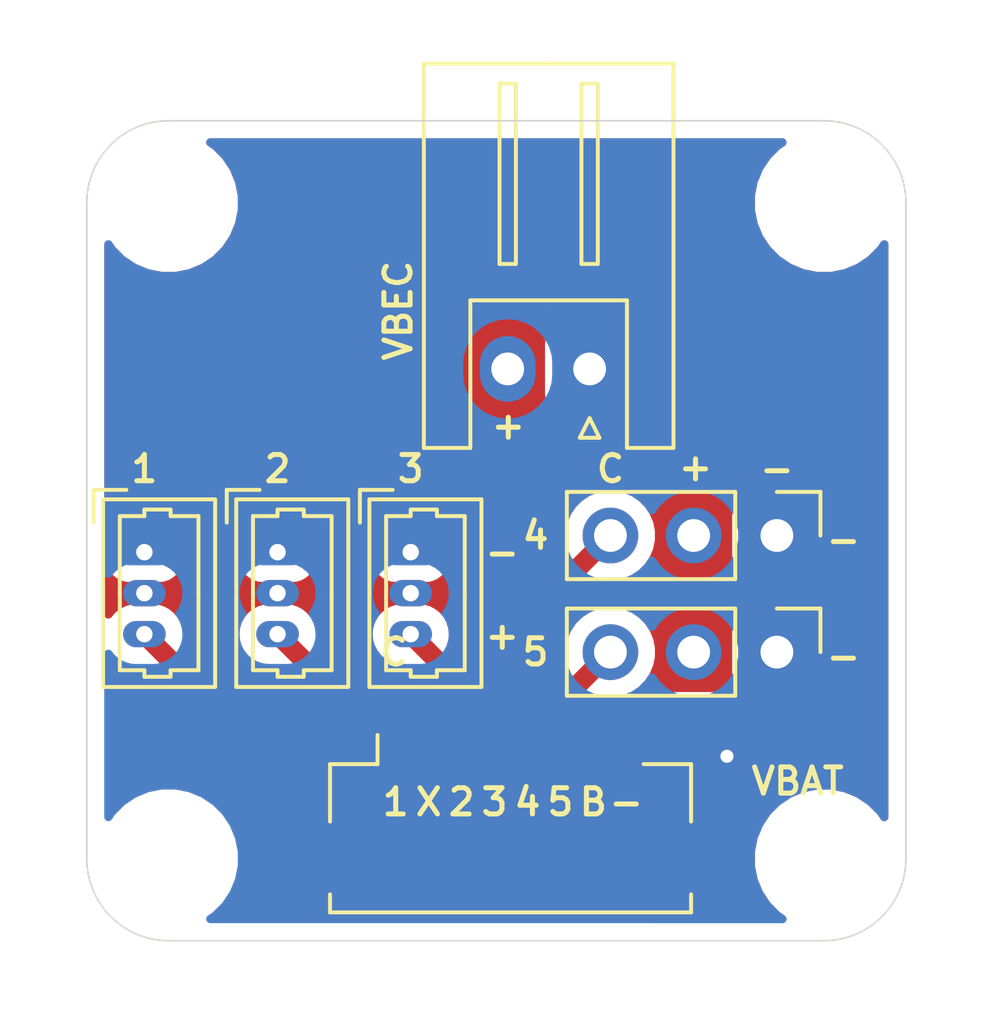
<source format=kicad_pcb>
(kicad_pcb (version 20171130) (host pcbnew "(5.1.9)-1")

  (general
    (thickness 1.6)
    (drawings 32)
    (tracks 31)
    (zones 0)
    (modules 17)
    (nets 9)
  )

  (page A4)
  (layers
    (0 F.Cu signal)
    (31 B.Cu signal)
    (32 B.Adhes user)
    (33 F.Adhes user)
    (34 B.Paste user)
    (35 F.Paste user)
    (36 B.SilkS user)
    (37 F.SilkS user)
    (38 B.Mask user)
    (39 F.Mask user)
    (40 Dwgs.User user)
    (41 Cmts.User user)
    (42 Eco1.User user)
    (43 Eco2.User user)
    (44 Edge.Cuts user)
    (45 Margin user)
    (46 B.CrtYd user)
    (47 F.CrtYd user)
    (48 B.Fab user)
    (49 F.Fab user)
  )

  (setup
    (last_trace_width 0.6)
    (user_trace_width 0.6)
    (trace_clearance 0.2)
    (zone_clearance 0.508)
    (zone_45_only no)
    (trace_min 0.2)
    (via_size 0.8)
    (via_drill 0.4)
    (via_min_size 0.4)
    (via_min_drill 0.3)
    (uvia_size 0.3)
    (uvia_drill 0.1)
    (uvias_allowed no)
    (uvia_min_size 0.2)
    (uvia_min_drill 0.1)
    (edge_width 0.05)
    (segment_width 0.2)
    (pcb_text_width 0.3)
    (pcb_text_size 1.5 1.5)
    (mod_edge_width 0.12)
    (mod_text_size 1 1)
    (mod_text_width 0.15)
    (pad_size 1.2 1.75)
    (pad_drill 0.75)
    (pad_to_mask_clearance 0)
    (aux_axis_origin 0 0)
    (visible_elements 7FFFFF7F)
    (pcbplotparams
      (layerselection 0x010fc_ffffffff)
      (usegerberextensions false)
      (usegerberattributes true)
      (usegerberadvancedattributes true)
      (creategerberjobfile true)
      (excludeedgelayer true)
      (linewidth 0.100000)
      (plotframeref false)
      (viasonmask false)
      (mode 1)
      (useauxorigin false)
      (hpglpennumber 1)
      (hpglpenspeed 20)
      (hpglpendiameter 15.000000)
      (psnegative false)
      (psa4output false)
      (plotreference true)
      (plotvalue true)
      (plotinvisibletext false)
      (padsonsilk false)
      (subtractmaskfromsilk false)
      (outputformat 1)
      (mirror false)
      (drillshape 0)
      (scaleselection 1)
      (outputdirectory "gerber-5-servos"))
  )

  (net 0 "")
  (net 1 "Net-(J1-Pad3)")
  (net 2 "Net-(J1-Pad1)")
  (net 3 GND)
  (net 4 +BATT)
  (net 5 "Net-(J1-Pad7)")
  (net 6 "Net-(J1-Pad6)")
  (net 7 "Net-(J1-Pad5)")
  (net 8 "Net-(J1-Pad4)")

  (net_class Default "This is the default net class."
    (clearance 0.2)
    (trace_width 0.25)
    (via_dia 0.8)
    (via_drill 0.4)
    (uvia_dia 0.3)
    (uvia_drill 0.1)
    (add_net +BATT)
    (add_net GND)
    (add_net "Net-(J1-Pad1)")
    (add_net "Net-(J1-Pad2)")
    (add_net "Net-(J1-Pad3)")
    (add_net "Net-(J1-Pad4)")
    (add_net "Net-(J1-Pad5)")
    (add_net "Net-(J1-Pad6)")
    (add_net "Net-(J1-Pad7)")
  )

  (module Connector_Molex:Molex_PicoBlade_53047-0310_1x03_P1.25mm_Vertical (layer F.Cu) (tedit 5B783167) (tstamp 61166D38)
    (at 159.258 152.654 270)
    (descr "Molex PicoBlade Connector System, 53047-0310, 3 Pins per row (http://www.molex.com/pdm_docs/sd/530470610_sd.pdf), generated with kicad-footprint-generator")
    (tags "connector Molex PicoBlade side entry")
    (path /6116CE3B)
    (fp_text reference J10 (at 1.25 -3.25 90 unlocked) (layer F.SilkS) hide
      (effects (font (size 1 1) (thickness 0.15)))
    )
    (fp_text value Conn_01x03 (at 1.25 2.35 90) (layer F.Fab)
      (effects (font (size 1 1) (thickness 0.15)))
    )
    (fp_text user %R (at 1.25 -1.35 90 unlocked) (layer F.Fab) hide
      (effects (font (size 1 1) (thickness 0.15)))
    )
    (fp_line (start -1.5 -2.05) (end -1.5 1.15) (layer F.Fab) (width 0.1))
    (fp_line (start -1.5 1.15) (end 4 1.15) (layer F.Fab) (width 0.1))
    (fp_line (start 4 1.15) (end 4 -2.05) (layer F.Fab) (width 0.1))
    (fp_line (start 4 -2.05) (end -1.5 -2.05) (layer F.Fab) (width 0.1))
    (fp_line (start -1.61 -2.16) (end -1.61 1.26) (layer F.SilkS) (width 0.12))
    (fp_line (start -1.61 1.26) (end 4.11 1.26) (layer F.SilkS) (width 0.12))
    (fp_line (start 4.11 1.26) (end 4.11 -2.16) (layer F.SilkS) (width 0.12))
    (fp_line (start 4.11 -2.16) (end -1.61 -2.16) (layer F.SilkS) (width 0.12))
    (fp_line (start 1.25 0.75) (end -1.1 0.75) (layer F.SilkS) (width 0.12))
    (fp_line (start -1.1 0.75) (end -1.1 0) (layer F.SilkS) (width 0.12))
    (fp_line (start -1.1 0) (end -1.3 0) (layer F.SilkS) (width 0.12))
    (fp_line (start -1.3 0) (end -1.3 -0.8) (layer F.SilkS) (width 0.12))
    (fp_line (start -1.3 -0.8) (end -1.1 -0.8) (layer F.SilkS) (width 0.12))
    (fp_line (start -1.1 -0.8) (end -1.1 -1.65) (layer F.SilkS) (width 0.12))
    (fp_line (start -1.1 -1.65) (end 1.25 -1.65) (layer F.SilkS) (width 0.12))
    (fp_line (start 1.25 0.75) (end 3.6 0.75) (layer F.SilkS) (width 0.12))
    (fp_line (start 3.6 0.75) (end 3.6 0) (layer F.SilkS) (width 0.12))
    (fp_line (start 3.6 0) (end 3.8 0) (layer F.SilkS) (width 0.12))
    (fp_line (start 3.8 0) (end 3.8 -0.8) (layer F.SilkS) (width 0.12))
    (fp_line (start 3.8 -0.8) (end 3.6 -0.8) (layer F.SilkS) (width 0.12))
    (fp_line (start 3.6 -0.8) (end 3.6 -1.65) (layer F.SilkS) (width 0.12))
    (fp_line (start 3.6 -1.65) (end 1.25 -1.65) (layer F.SilkS) (width 0.12))
    (fp_line (start -1.9 1.55) (end -1.9 0.55) (layer F.SilkS) (width 0.12))
    (fp_line (start -1.9 1.55) (end -0.9 1.55) (layer F.SilkS) (width 0.12))
    (fp_line (start -0.5 1.15) (end 0 0.442893) (layer F.Fab) (width 0.1))
    (fp_line (start 0 0.442893) (end 0.5 1.15) (layer F.Fab) (width 0.1))
    (fp_line (start -2 -2.55) (end -2 1.65) (layer F.CrtYd) (width 0.05))
    (fp_line (start -2 1.65) (end 4.5 1.65) (layer F.CrtYd) (width 0.05))
    (fp_line (start 4.5 1.65) (end 4.5 -2.55) (layer F.CrtYd) (width 0.05))
    (fp_line (start 4.5 -2.55) (end -2 -2.55) (layer F.CrtYd) (width 0.05))
    (pad 3 thru_hole oval (at 2.5 0 270) (size 0.8 1.3) (drill 0.5) (layers *.Cu *.Mask)
      (net 2 "Net-(J1-Pad1)"))
    (pad 2 thru_hole oval (at 1.25 0 270) (size 0.8 1.3) (drill 0.5) (layers *.Cu *.Mask)
      (net 4 +BATT))
    (pad 1 thru_hole roundrect (at 0 0 270) (size 0.8 1.3) (drill 0.5) (layers *.Cu *.Mask) (roundrect_rratio 0.25)
      (net 3 GND))
    (model ${KISYS3DMOD}/Connector_Molex.3dshapes/Molex_PicoBlade_53047-0310_1x03_P1.25mm_Vertical.wrl
      (at (xyz 0 0 0))
      (scale (xyz 1 1 1))
      (rotate (xyz 0 0 0))
    )
  )

  (module Connector_Molex:Molex_PicoBlade_53047-0310_1x03_P1.25mm_Vertical (layer F.Cu) (tedit 5B783167) (tstamp 61166DA7)
    (at 163.322 152.654 270)
    (descr "Molex PicoBlade Connector System, 53047-0310, 3 Pins per row (http://www.molex.com/pdm_docs/sd/530470610_sd.pdf), generated with kicad-footprint-generator")
    (tags "connector Molex PicoBlade side entry")
    (path /6116C28F)
    (fp_text reference J5 (at 1.25 -3.25 90 unlocked) (layer F.SilkS) hide
      (effects (font (size 1 1) (thickness 0.15)))
    )
    (fp_text value Conn_01x03 (at 1.25 2.35 90) (layer F.Fab)
      (effects (font (size 1 1) (thickness 0.15)))
    )
    (fp_text user %R (at 1.25 -1.35 90 unlocked) (layer F.Fab) hide
      (effects (font (size 1 1) (thickness 0.15)))
    )
    (fp_line (start -1.5 -2.05) (end -1.5 1.15) (layer F.Fab) (width 0.1))
    (fp_line (start -1.5 1.15) (end 4 1.15) (layer F.Fab) (width 0.1))
    (fp_line (start 4 1.15) (end 4 -2.05) (layer F.Fab) (width 0.1))
    (fp_line (start 4 -2.05) (end -1.5 -2.05) (layer F.Fab) (width 0.1))
    (fp_line (start -1.61 -2.16) (end -1.61 1.26) (layer F.SilkS) (width 0.12))
    (fp_line (start -1.61 1.26) (end 4.11 1.26) (layer F.SilkS) (width 0.12))
    (fp_line (start 4.11 1.26) (end 4.11 -2.16) (layer F.SilkS) (width 0.12))
    (fp_line (start 4.11 -2.16) (end -1.61 -2.16) (layer F.SilkS) (width 0.12))
    (fp_line (start 1.25 0.75) (end -1.1 0.75) (layer F.SilkS) (width 0.12))
    (fp_line (start -1.1 0.75) (end -1.1 0) (layer F.SilkS) (width 0.12))
    (fp_line (start -1.1 0) (end -1.3 0) (layer F.SilkS) (width 0.12))
    (fp_line (start -1.3 0) (end -1.3 -0.8) (layer F.SilkS) (width 0.12))
    (fp_line (start -1.3 -0.8) (end -1.1 -0.8) (layer F.SilkS) (width 0.12))
    (fp_line (start -1.1 -0.8) (end -1.1 -1.65) (layer F.SilkS) (width 0.12))
    (fp_line (start -1.1 -1.65) (end 1.25 -1.65) (layer F.SilkS) (width 0.12))
    (fp_line (start 1.25 0.75) (end 3.6 0.75) (layer F.SilkS) (width 0.12))
    (fp_line (start 3.6 0.75) (end 3.6 0) (layer F.SilkS) (width 0.12))
    (fp_line (start 3.6 0) (end 3.8 0) (layer F.SilkS) (width 0.12))
    (fp_line (start 3.8 0) (end 3.8 -0.8) (layer F.SilkS) (width 0.12))
    (fp_line (start 3.8 -0.8) (end 3.6 -0.8) (layer F.SilkS) (width 0.12))
    (fp_line (start 3.6 -0.8) (end 3.6 -1.65) (layer F.SilkS) (width 0.12))
    (fp_line (start 3.6 -1.65) (end 1.25 -1.65) (layer F.SilkS) (width 0.12))
    (fp_line (start -1.9 1.55) (end -1.9 0.55) (layer F.SilkS) (width 0.12))
    (fp_line (start -1.9 1.55) (end -0.9 1.55) (layer F.SilkS) (width 0.12))
    (fp_line (start -0.5 1.15) (end 0 0.442893) (layer F.Fab) (width 0.1))
    (fp_line (start 0 0.442893) (end 0.5 1.15) (layer F.Fab) (width 0.1))
    (fp_line (start -2 -2.55) (end -2 1.65) (layer F.CrtYd) (width 0.05))
    (fp_line (start -2 1.65) (end 4.5 1.65) (layer F.CrtYd) (width 0.05))
    (fp_line (start 4.5 1.65) (end 4.5 -2.55) (layer F.CrtYd) (width 0.05))
    (fp_line (start 4.5 -2.55) (end -2 -2.55) (layer F.CrtYd) (width 0.05))
    (pad 3 thru_hole oval (at 2.5 0 270) (size 0.8 1.3) (drill 0.5) (layers *.Cu *.Mask)
      (net 1 "Net-(J1-Pad3)"))
    (pad 2 thru_hole oval (at 1.25 0 270) (size 0.8 1.3) (drill 0.5) (layers *.Cu *.Mask)
      (net 4 +BATT))
    (pad 1 thru_hole roundrect (at 0 0 270) (size 0.8 1.3) (drill 0.5) (layers *.Cu *.Mask) (roundrect_rratio 0.25)
      (net 3 GND))
    (model ${KISYS3DMOD}/Connector_Molex.3dshapes/Molex_PicoBlade_53047-0310_1x03_P1.25mm_Vertical.wrl
      (at (xyz 0 0 0))
      (scale (xyz 1 1 1))
      (rotate (xyz 0 0 0))
    )
  )

  (module Connector_PinHeader_2.54mm:PinHeader_1x03_P2.54mm_Vertical (layer F.Cu) (tedit 59FED5CC) (tstamp 61124DA7)
    (at 178.562 152.146 270)
    (descr "Through hole straight pin header, 1x03, 2.54mm pitch, single row")
    (tags "Through hole pin header THT 1x03 2.54mm single row")
    (path /6112CA1B)
    (fp_text reference J3 (at 0 -2.33 90 unlocked) (layer F.SilkS) hide
      (effects (font (size 1 1) (thickness 0.15)))
    )
    (fp_text value Conn_01x03 (at 0 7.41 90) (layer F.Fab)
      (effects (font (size 1 1) (thickness 0.15)))
    )
    (fp_text user %R (at 0 2.54 unlocked) (layer F.Fab) hide
      (effects (font (size 1 1) (thickness 0.15)))
    )
    (fp_line (start -0.635 -1.27) (end 1.27 -1.27) (layer F.Fab) (width 0.1))
    (fp_line (start 1.27 -1.27) (end 1.27 6.35) (layer F.Fab) (width 0.1))
    (fp_line (start 1.27 6.35) (end -1.27 6.35) (layer F.Fab) (width 0.1))
    (fp_line (start -1.27 6.35) (end -1.27 -0.635) (layer F.Fab) (width 0.1))
    (fp_line (start -1.27 -0.635) (end -0.635 -1.27) (layer F.Fab) (width 0.1))
    (fp_line (start -1.33 6.41) (end 1.33 6.41) (layer F.SilkS) (width 0.12))
    (fp_line (start -1.33 1.27) (end -1.33 6.41) (layer F.SilkS) (width 0.12))
    (fp_line (start 1.33 1.27) (end 1.33 6.41) (layer F.SilkS) (width 0.12))
    (fp_line (start -1.33 1.27) (end 1.33 1.27) (layer F.SilkS) (width 0.12))
    (fp_line (start -1.33 0) (end -1.33 -1.33) (layer F.SilkS) (width 0.12))
    (fp_line (start -1.33 -1.33) (end 0 -1.33) (layer F.SilkS) (width 0.12))
    (fp_line (start -1.8 -1.8) (end -1.8 6.85) (layer F.CrtYd) (width 0.05))
    (fp_line (start -1.8 6.85) (end 1.8 6.85) (layer F.CrtYd) (width 0.05))
    (fp_line (start 1.8 6.85) (end 1.8 -1.8) (layer F.CrtYd) (width 0.05))
    (fp_line (start 1.8 -1.8) (end -1.8 -1.8) (layer F.CrtYd) (width 0.05))
    (pad 3 thru_hole oval (at 0 5.08 270) (size 1.7 1.7) (drill 1) (layers *.Cu *.Mask)
      (net 7 "Net-(J1-Pad5)"))
    (pad 2 thru_hole oval (at 0 2.54 270) (size 1.7 1.7) (drill 1) (layers *.Cu *.Mask)
      (net 4 +BATT))
    (pad 1 thru_hole rect (at 0 0 270) (size 1.7 1.7) (drill 1) (layers *.Cu *.Mask)
      (net 3 GND))
    (model ${KISYS3DMOD}/Connector_PinHeader_2.54mm.3dshapes/PinHeader_1x03_P2.54mm_Vertical.wrl
      (at (xyz 0 0 0))
      (scale (xyz 1 1 1))
      (rotate (xyz 0 0 0))
    )
  )

  (module Connector_PinHeader_2.54mm:PinHeader_1x03_P2.54mm_Vertical (layer F.Cu) (tedit 59FED5CC) (tstamp 61124D81)
    (at 178.562 155.702 270)
    (descr "Through hole straight pin header, 1x03, 2.54mm pitch, single row")
    (tags "Through hole pin header THT 1x03 2.54mm single row")
    (path /611285D8)
    (fp_text reference J2 (at 0 -2.33 90 unlocked) (layer F.SilkS) hide
      (effects (font (size 1 1) (thickness 0.15)))
    )
    (fp_text value Conn_01x03 (at 0 7.41 90) (layer F.Fab)
      (effects (font (size 1 1) (thickness 0.15)))
    )
    (fp_text user %R (at 0 2.54 unlocked) (layer F.Fab) hide
      (effects (font (size 1 1) (thickness 0.15)))
    )
    (fp_line (start -0.635 -1.27) (end 1.27 -1.27) (layer F.Fab) (width 0.1))
    (fp_line (start 1.27 -1.27) (end 1.27 6.35) (layer F.Fab) (width 0.1))
    (fp_line (start 1.27 6.35) (end -1.27 6.35) (layer F.Fab) (width 0.1))
    (fp_line (start -1.27 6.35) (end -1.27 -0.635) (layer F.Fab) (width 0.1))
    (fp_line (start -1.27 -0.635) (end -0.635 -1.27) (layer F.Fab) (width 0.1))
    (fp_line (start -1.33 6.41) (end 1.33 6.41) (layer F.SilkS) (width 0.12))
    (fp_line (start -1.33 1.27) (end -1.33 6.41) (layer F.SilkS) (width 0.12))
    (fp_line (start 1.33 1.27) (end 1.33 6.41) (layer F.SilkS) (width 0.12))
    (fp_line (start -1.33 1.27) (end 1.33 1.27) (layer F.SilkS) (width 0.12))
    (fp_line (start -1.33 0) (end -1.33 -1.33) (layer F.SilkS) (width 0.12))
    (fp_line (start -1.33 -1.33) (end 0 -1.33) (layer F.SilkS) (width 0.12))
    (fp_line (start -1.8 -1.8) (end -1.8 6.85) (layer F.CrtYd) (width 0.05))
    (fp_line (start -1.8 6.85) (end 1.8 6.85) (layer F.CrtYd) (width 0.05))
    (fp_line (start 1.8 6.85) (end 1.8 -1.8) (layer F.CrtYd) (width 0.05))
    (fp_line (start 1.8 -1.8) (end -1.8 -1.8) (layer F.CrtYd) (width 0.05))
    (pad 3 thru_hole oval (at 0 5.08 270) (size 1.7 1.7) (drill 1) (layers *.Cu *.Mask)
      (net 6 "Net-(J1-Pad6)"))
    (pad 2 thru_hole oval (at 0 2.54 270) (size 1.7 1.7) (drill 1) (layers *.Cu *.Mask)
      (net 4 +BATT))
    (pad 1 thru_hole rect (at 0 0 270) (size 1.7 1.7) (drill 1) (layers *.Cu *.Mask)
      (net 3 GND))
    (model ${KISYS3DMOD}/Connector_PinHeader_2.54mm.3dshapes/PinHeader_1x03_P2.54mm_Vertical.wrl
      (at (xyz 0 0 0))
      (scale (xyz 1 1 1))
      (rotate (xyz 0 0 0))
    )
  )

  (module Connector_Molex:Molex_PicoBlade_53047-0310_1x03_P1.25mm_Vertical (layer F.Cu) (tedit 5B783167) (tstamp 61124DCD)
    (at 167.386 152.654 270)
    (descr "Molex PicoBlade Connector System, 53047-0310, 3 Pins per row (http://www.molex.com/pdm_docs/sd/530470610_sd.pdf), generated with kicad-footprint-generator")
    (tags "connector Molex PicoBlade side entry")
    (path /6112D870)
    (fp_text reference J4 (at 1.25 -3.25 90 unlocked) (layer F.SilkS) hide
      (effects (font (size 1 1) (thickness 0.15)))
    )
    (fp_text value Conn_01x03 (at 1.25 2.35 90) (layer F.Fab)
      (effects (font (size 1 1) (thickness 0.15)))
    )
    (fp_text user %R (at 1.25 -1.35 90 unlocked) (layer F.Fab) hide
      (effects (font (size 1 1) (thickness 0.15)))
    )
    (fp_line (start -1.5 -2.05) (end -1.5 1.15) (layer F.Fab) (width 0.1))
    (fp_line (start -1.5 1.15) (end 4 1.15) (layer F.Fab) (width 0.1))
    (fp_line (start 4 1.15) (end 4 -2.05) (layer F.Fab) (width 0.1))
    (fp_line (start 4 -2.05) (end -1.5 -2.05) (layer F.Fab) (width 0.1))
    (fp_line (start -1.61 -2.16) (end -1.61 1.26) (layer F.SilkS) (width 0.12))
    (fp_line (start -1.61 1.26) (end 4.11 1.26) (layer F.SilkS) (width 0.12))
    (fp_line (start 4.11 1.26) (end 4.11 -2.16) (layer F.SilkS) (width 0.12))
    (fp_line (start 4.11 -2.16) (end -1.61 -2.16) (layer F.SilkS) (width 0.12))
    (fp_line (start 1.25 0.75) (end -1.1 0.75) (layer F.SilkS) (width 0.12))
    (fp_line (start -1.1 0.75) (end -1.1 0) (layer F.SilkS) (width 0.12))
    (fp_line (start -1.1 0) (end -1.3 0) (layer F.SilkS) (width 0.12))
    (fp_line (start -1.3 0) (end -1.3 -0.8) (layer F.SilkS) (width 0.12))
    (fp_line (start -1.3 -0.8) (end -1.1 -0.8) (layer F.SilkS) (width 0.12))
    (fp_line (start -1.1 -0.8) (end -1.1 -1.65) (layer F.SilkS) (width 0.12))
    (fp_line (start -1.1 -1.65) (end 1.25 -1.65) (layer F.SilkS) (width 0.12))
    (fp_line (start 1.25 0.75) (end 3.6 0.75) (layer F.SilkS) (width 0.12))
    (fp_line (start 3.6 0.75) (end 3.6 0) (layer F.SilkS) (width 0.12))
    (fp_line (start 3.6 0) (end 3.8 0) (layer F.SilkS) (width 0.12))
    (fp_line (start 3.8 0) (end 3.8 -0.8) (layer F.SilkS) (width 0.12))
    (fp_line (start 3.8 -0.8) (end 3.6 -0.8) (layer F.SilkS) (width 0.12))
    (fp_line (start 3.6 -0.8) (end 3.6 -1.65) (layer F.SilkS) (width 0.12))
    (fp_line (start 3.6 -1.65) (end 1.25 -1.65) (layer F.SilkS) (width 0.12))
    (fp_line (start -1.9 1.55) (end -1.9 0.55) (layer F.SilkS) (width 0.12))
    (fp_line (start -1.9 1.55) (end -0.9 1.55) (layer F.SilkS) (width 0.12))
    (fp_line (start -0.5 1.15) (end 0 0.442893) (layer F.Fab) (width 0.1))
    (fp_line (start 0 0.442893) (end 0.5 1.15) (layer F.Fab) (width 0.1))
    (fp_line (start -2 -2.55) (end -2 1.65) (layer F.CrtYd) (width 0.05))
    (fp_line (start -2 1.65) (end 4.5 1.65) (layer F.CrtYd) (width 0.05))
    (fp_line (start 4.5 1.65) (end 4.5 -2.55) (layer F.CrtYd) (width 0.05))
    (fp_line (start 4.5 -2.55) (end -2 -2.55) (layer F.CrtYd) (width 0.05))
    (pad 3 thru_hole oval (at 2.5 0 270) (size 0.8 1.3) (drill 0.5) (layers *.Cu *.Mask)
      (net 8 "Net-(J1-Pad4)"))
    (pad 2 thru_hole oval (at 1.25 0 270) (size 0.8 1.3) (drill 0.5) (layers *.Cu *.Mask)
      (net 4 +BATT))
    (pad 1 thru_hole roundrect (at 0 0 270) (size 0.8 1.3) (drill 0.5) (layers *.Cu *.Mask) (roundrect_rratio 0.25)
      (net 3 GND))
    (model ${KISYS3DMOD}/Connector_Molex.3dshapes/Molex_PicoBlade_53047-0310_1x03_P1.25mm_Vertical.wrl
      (at (xyz 0 0 0))
      (scale (xyz 1 1 1))
      (rotate (xyz 0 0 0))
    )
  )

  (module Connector_JST:JST_SHL_SM08B-SHLS-TF_1x08-1MP_P1.00mm_Horizontal (layer F.Cu) (tedit 5B78AD87) (tstamp 6112DF1A)
    (at 170.434 160.528)
    (descr "JST SHL series connector, SM08B-SHLS-TF (http://www.jst-mfg.com/product/pdf/eng/eSHL.pdf), generated with kicad-footprint-generator")
    (tags "connector JST SHL top entry")
    (path /61123FD6)
    (attr smd)
    (fp_text reference J1 (at 0 -3.5 unlocked) (layer F.SilkS) hide
      (effects (font (size 1 1) (thickness 0.15)))
    )
    (fp_text value Conn_01x06 (at 0 4.2) (layer F.Fab)
      (effects (font (size 1 1) (thickness 0.15)))
    )
    (fp_text user %R (at 0 0.5 unlocked) (layer F.Fab) hide
      (effects (font (size 1 1) (thickness 0.15)))
    )
    (fp_line (start -5.4 -1.3) (end 5.4 -1.3) (layer F.Fab) (width 0.1))
    (fp_line (start -5.51 0.34) (end -5.51 -1.41) (layer F.SilkS) (width 0.12))
    (fp_line (start -5.51 -1.41) (end -4.06 -1.41) (layer F.SilkS) (width 0.12))
    (fp_line (start -4.06 -1.41) (end -4.06 -2.3) (layer F.SilkS) (width 0.12))
    (fp_line (start 5.51 0.34) (end 5.51 -1.41) (layer F.SilkS) (width 0.12))
    (fp_line (start 5.51 -1.41) (end 4.06 -1.41) (layer F.SilkS) (width 0.12))
    (fp_line (start -5.51 2.56) (end -5.51 3.11) (layer F.SilkS) (width 0.12))
    (fp_line (start -5.51 3.11) (end 5.51 3.11) (layer F.SilkS) (width 0.12))
    (fp_line (start 5.51 3.11) (end 5.51 2.56) (layer F.SilkS) (width 0.12))
    (fp_line (start -5.4 3) (end 5.4 3) (layer F.Fab) (width 0.1))
    (fp_line (start -5.4 -1.3) (end -5.4 3) (layer F.Fab) (width 0.1))
    (fp_line (start 5.4 -1.3) (end 5.4 3) (layer F.Fab) (width 0.1))
    (fp_line (start -5.9 -2.8) (end -5.9 3.5) (layer F.CrtYd) (width 0.05))
    (fp_line (start -5.9 3.5) (end 5.9 3.5) (layer F.CrtYd) (width 0.05))
    (fp_line (start 5.9 3.5) (end 5.9 -2.8) (layer F.CrtYd) (width 0.05))
    (fp_line (start 5.9 -2.8) (end -5.9 -2.8) (layer F.CrtYd) (width 0.05))
    (fp_line (start -4 -1.3) (end -3.5 -0.592893) (layer F.Fab) (width 0.1))
    (fp_line (start -3.5 -0.592893) (end -3 -1.3) (layer F.Fab) (width 0.1))
    (pad MP smd roundrect (at 4.95 1.45) (size 0.9 1.7) (layers F.Cu F.Paste F.Mask) (roundrect_rratio 0.25))
    (pad MP smd roundrect (at -4.95 1.45) (size 0.9 1.7) (layers F.Cu F.Paste F.Mask) (roundrect_rratio 0.25))
    (pad 8 smd roundrect (at 3.5 -1.675) (size 0.6 1.25) (layers F.Cu F.Paste F.Mask) (roundrect_rratio 0.25)
      (net 3 GND))
    (pad 7 smd roundrect (at 2.5 -1.675) (size 0.6 1.25) (layers F.Cu F.Paste F.Mask) (roundrect_rratio 0.25)
      (net 5 "Net-(J1-Pad7)"))
    (pad 6 smd roundrect (at 1.5 -1.675) (size 0.6 1.25) (layers F.Cu F.Paste F.Mask) (roundrect_rratio 0.25)
      (net 6 "Net-(J1-Pad6)"))
    (pad 5 smd roundrect (at 0.5 -1.675) (size 0.6 1.25) (layers F.Cu F.Paste F.Mask) (roundrect_rratio 0.25)
      (net 7 "Net-(J1-Pad5)"))
    (pad 4 smd roundrect (at -0.5 -1.675) (size 0.6 1.25) (layers F.Cu F.Paste F.Mask) (roundrect_rratio 0.25)
      (net 8 "Net-(J1-Pad4)"))
    (pad 3 smd roundrect (at -1.5 -1.675) (size 0.6 1.25) (layers F.Cu F.Paste F.Mask) (roundrect_rratio 0.25)
      (net 1 "Net-(J1-Pad3)"))
    (pad 2 smd roundrect (at -2.5 -1.675) (size 0.6 1.25) (layers F.Cu F.Paste F.Mask) (roundrect_rratio 0.25))
    (pad 1 smd roundrect (at -3.5 -1.675) (size 0.6 1.25) (layers F.Cu F.Paste F.Mask) (roundrect_rratio 0.25)
      (net 2 "Net-(J1-Pad1)"))
    (model ${KISYS3DMOD}/Connector_JST.3dshapes/JST_SHL_SM08B-SHLS-TF_1x08-1MP_P1.00mm_Horizontal.wrl
      (at (xyz 0 0 0))
      (scale (xyz 1 1 1))
      (rotate (xyz 0 0 0))
    )
  )

  (module MountingHole:MountingHole_3.2mm_M3 (layer F.Cu) (tedit 56D1B4CB) (tstamp 6112E80D)
    (at 180 162)
    (descr "Mounting Hole 3.2mm, no annular, M3")
    (tags "mounting hole 3.2mm no annular m3")
    (path /61155815)
    (attr virtual)
    (fp_text reference H4 (at 0 -4.2 unlocked) (layer F.SilkS) hide
      (effects (font (size 1 1) (thickness 0.15)))
    )
    (fp_text value MountingHole (at 0 4.2) (layer F.Fab)
      (effects (font (size 1 1) (thickness 0.15)))
    )
    (fp_text user %R (at 0.3 0 unlocked) (layer F.Fab) hide
      (effects (font (size 1 1) (thickness 0.15)))
    )
    (fp_circle (center 0 0) (end 3.2 0) (layer Cmts.User) (width 0.15))
    (fp_circle (center 0 0) (end 3.45 0) (layer F.CrtYd) (width 0.05))
    (pad 1 np_thru_hole circle (at 0 0) (size 3.2 3.2) (drill 3.2) (layers *.Cu *.Mask))
  )

  (module MountingHole:MountingHole_3.2mm_M3 (layer F.Cu) (tedit 56D1B4CB) (tstamp 6112E805)
    (at 180 142)
    (descr "Mounting Hole 3.2mm, no annular, M3")
    (tags "mounting hole 3.2mm no annular m3")
    (path /611551EF)
    (attr virtual)
    (fp_text reference H3 (at 0 -4.2 unlocked) (layer F.SilkS) hide
      (effects (font (size 1 1) (thickness 0.15)))
    )
    (fp_text value MountingHole (at 0 4.2) (layer F.Fab)
      (effects (font (size 1 1) (thickness 0.15)))
    )
    (fp_text user %R (at 0.3 0 unlocked) (layer F.Fab) hide
      (effects (font (size 1 1) (thickness 0.15)))
    )
    (fp_circle (center 0 0) (end 3.2 0) (layer Cmts.User) (width 0.15))
    (fp_circle (center 0 0) (end 3.45 0) (layer F.CrtYd) (width 0.05))
    (pad 1 np_thru_hole circle (at 0 0) (size 3.2 3.2) (drill 3.2) (layers *.Cu *.Mask))
  )

  (module MountingHole:MountingHole_3.2mm_M3 (layer F.Cu) (tedit 56D1B4CB) (tstamp 6112E7FD)
    (at 160 162)
    (descr "Mounting Hole 3.2mm, no annular, M3")
    (tags "mounting hole 3.2mm no annular m3")
    (path /61154F7E)
    (attr virtual)
    (fp_text reference H2 (at 0 -4.2 unlocked) (layer F.SilkS) hide
      (effects (font (size 1 1) (thickness 0.15)))
    )
    (fp_text value MountingHole (at 0 4.2) (layer F.Fab)
      (effects (font (size 1 1) (thickness 0.15)))
    )
    (fp_text user %R (at 0.3 0 unlocked) (layer F.Fab) hide
      (effects (font (size 1 1) (thickness 0.15)))
    )
    (fp_circle (center 0 0) (end 3.2 0) (layer Cmts.User) (width 0.15))
    (fp_circle (center 0 0) (end 3.45 0) (layer F.CrtYd) (width 0.05))
    (pad 1 np_thru_hole circle (at 0 0) (size 3.2 3.2) (drill 3.2) (layers *.Cu *.Mask))
  )

  (module MountingHole:MountingHole_3.2mm_M3 (layer F.Cu) (tedit 56D1B4CB) (tstamp 6112E7F5)
    (at 160 142)
    (descr "Mounting Hole 3.2mm, no annular, M3")
    (tags "mounting hole 3.2mm no annular m3")
    (path /61153AD3)
    (attr virtual)
    (fp_text reference H1 (at 0 -4.2 unlocked) (layer F.SilkS) hide
      (effects (font (size 1 1) (thickness 0.15)))
    )
    (fp_text value MountingHole (at 0 4.2) (layer F.Fab)
      (effects (font (size 1 1) (thickness 0.15)))
    )
    (fp_text user %R (at 0.3 0 unlocked) (layer F.Fab) hide
      (effects (font (size 1 1) (thickness 0.15)))
    )
    (fp_circle (center 0 0) (end 3.2 0) (layer Cmts.User) (width 0.15))
    (fp_circle (center 0 0) (end 3.45 0) (layer F.CrtYd) (width 0.05))
    (pad 1 np_thru_hole circle (at 0 0) (size 3.2 3.2) (drill 3.2) (layers *.Cu *.Mask))
  )

  (module Connector_Wire:SolderWirePad_1x01_SMD_1x2mm (layer F.Cu) (tedit 5DD6EB27) (tstamp 6116F8D2)
    (at 179.07 158.369 90)
    (descr "Wire Pad, Square, SMD Pad,  5mm x 10mm,")
    (tags "MesurementPoint Square SMDPad 5mmx10mm ")
    (path /61199C10)
    (attr virtual)
    (fp_text reference J13 (at 0 -2.54 90 unlocked) (layer F.SilkS) hide
      (effects (font (size 1 1) (thickness 0.15)))
    )
    (fp_text value Conn_01x01 (at 0 2.54 90) (layer F.Fab)
      (effects (font (size 1 1) (thickness 0.15)))
    )
    (fp_line (start 0.63 -1.27) (end -0.63 -1.27) (layer F.CrtYd) (width 0.05))
    (fp_line (start 0.63 1.27) (end 0.63 -1.27) (layer F.CrtYd) (width 0.05))
    (fp_line (start -0.63 1.27) (end 0.63 1.27) (layer F.CrtYd) (width 0.05))
    (fp_line (start -0.63 -1.27) (end -0.63 1.27) (layer F.CrtYd) (width 0.05))
    (fp_line (start -0.63 -1.27) (end 0.63 -1.27) (layer F.Fab) (width 0.1))
    (fp_line (start 0.63 -1.27) (end 0.63 1.27) (layer F.Fab) (width 0.1))
    (fp_line (start 0.63 1.27) (end -0.63 1.27) (layer F.Fab) (width 0.1))
    (fp_line (start -0.63 1.27) (end -0.63 -1.27) (layer F.Fab) (width 0.1))
    (fp_text user %R (at 0 0 90 unlocked) (layer F.Fab) hide
      (effects (font (size 1 1) (thickness 0.15)))
    )
    (pad 1 smd roundrect (at 0 0 90) (size 1 2) (layers F.Cu F.Paste F.Mask) (roundrect_rratio 0.25)
      (net 5 "Net-(J1-Pad7)"))
  )

  (module Connector_Wire:SolderWirePad_1x01_SMD_1x2mm (layer F.Cu) (tedit 5DD6EB27) (tstamp 61166DFE)
    (at 167.132 162.687)
    (descr "Wire Pad, Square, SMD Pad,  5mm x 10mm,")
    (tags "MesurementPoint Square SMDPad 5mmx10mm ")
    (path /6117478F)
    (attr virtual)
    (fp_text reference J12 (at 0 -2.54 unlocked) (layer F.SilkS) hide
      (effects (font (size 1 1) (thickness 0.15)))
    )
    (fp_text value Conn_01x01 (at 0 2.54) (layer F.Fab)
      (effects (font (size 1 1) (thickness 0.15)))
    )
    (fp_line (start 0.63 -1.27) (end -0.63 -1.27) (layer F.CrtYd) (width 0.05))
    (fp_line (start 0.63 1.27) (end 0.63 -1.27) (layer F.CrtYd) (width 0.05))
    (fp_line (start -0.63 1.27) (end 0.63 1.27) (layer F.CrtYd) (width 0.05))
    (fp_line (start -0.63 -1.27) (end -0.63 1.27) (layer F.CrtYd) (width 0.05))
    (fp_line (start -0.63 -1.27) (end 0.63 -1.27) (layer F.Fab) (width 0.1))
    (fp_line (start 0.63 -1.27) (end 0.63 1.27) (layer F.Fab) (width 0.1))
    (fp_line (start 0.63 1.27) (end -0.63 1.27) (layer F.Fab) (width 0.1))
    (fp_line (start -0.63 1.27) (end -0.63 -1.27) (layer F.Fab) (width 0.1))
    (fp_text user %R (at 0 0 unlocked) (layer F.Fab) hide
      (effects (font (size 1 1) (thickness 0.15)))
    )
    (pad 1 smd roundrect (at 0 0) (size 1 2) (layers F.Cu F.Paste F.Mask) (roundrect_rratio 0.25)
      (net 2 "Net-(J1-Pad1)"))
  )

  (module Connector_Wire:SolderWirePad_1x01_SMD_1x2mm (layer F.Cu) (tedit 5DD6EB27) (tstamp 61166CF9)
    (at 168.783 162.687)
    (descr "Wire Pad, Square, SMD Pad,  5mm x 10mm,")
    (tags "MesurementPoint Square SMDPad 5mmx10mm ")
    (path /6117400D)
    (attr virtual)
    (fp_text reference J11 (at 0 -2.54 unlocked) (layer F.SilkS) hide
      (effects (font (size 1 1) (thickness 0.15)))
    )
    (fp_text value Conn_01x01 (at 0 2.54) (layer F.Fab)
      (effects (font (size 1 1) (thickness 0.15)))
    )
    (fp_line (start 0.63 -1.27) (end -0.63 -1.27) (layer F.CrtYd) (width 0.05))
    (fp_line (start 0.63 1.27) (end 0.63 -1.27) (layer F.CrtYd) (width 0.05))
    (fp_line (start -0.63 1.27) (end 0.63 1.27) (layer F.CrtYd) (width 0.05))
    (fp_line (start -0.63 -1.27) (end -0.63 1.27) (layer F.CrtYd) (width 0.05))
    (fp_line (start -0.63 -1.27) (end 0.63 -1.27) (layer F.Fab) (width 0.1))
    (fp_line (start 0.63 -1.27) (end 0.63 1.27) (layer F.Fab) (width 0.1))
    (fp_line (start 0.63 1.27) (end -0.63 1.27) (layer F.Fab) (width 0.1))
    (fp_line (start -0.63 1.27) (end -0.63 -1.27) (layer F.Fab) (width 0.1))
    (fp_text user %R (at 0 0 unlocked) (layer F.Fab) hide
      (effects (font (size 1 1) (thickness 0.15)))
    )
    (pad 1 smd roundrect (at 0 0) (size 1 2) (layers F.Cu F.Paste F.Mask) (roundrect_rratio 0.25)
      (net 1 "Net-(J1-Pad3)"))
  )

  (module Connector_JST:JST_XH_S2B-XH-A_1x02_P2.50mm_Horizontal (layer F.Cu) (tedit 5C281475) (tstamp 611285C6)
    (at 172.847 147.066 180)
    (descr "JST XH series connector, S2B-XH-A (http://www.jst-mfg.com/product/pdf/eng/eXH.pdf), generated with kicad-footprint-generator")
    (tags "connector JST XH horizontal")
    (path /61143588)
    (fp_text reference J6 (at 1.25 -3.5 unlocked) (layer F.SilkS) hide
      (effects (font (size 1 1) (thickness 0.15)))
    )
    (fp_text value Conn_01x02 (at 1.25 10.4) (layer F.Fab)
      (effects (font (size 1 1) (thickness 0.15)))
    )
    (fp_line (start 0 1.2) (end 0.625 2.2) (layer F.Fab) (width 0.1))
    (fp_line (start -0.625 2.2) (end 0 1.2) (layer F.Fab) (width 0.1))
    (fp_line (start 0.3 -2.1) (end 0 -1.5) (layer F.SilkS) (width 0.12))
    (fp_line (start -0.3 -2.1) (end 0.3 -2.1) (layer F.SilkS) (width 0.12))
    (fp_line (start 0 -1.5) (end -0.3 -2.1) (layer F.SilkS) (width 0.12))
    (fp_line (start 2.75 3.2) (end 2.25 3.2) (layer F.SilkS) (width 0.12))
    (fp_line (start 2.75 8.7) (end 2.75 3.2) (layer F.SilkS) (width 0.12))
    (fp_line (start 2.25 8.7) (end 2.75 8.7) (layer F.SilkS) (width 0.12))
    (fp_line (start 2.25 3.2) (end 2.25 8.7) (layer F.SilkS) (width 0.12))
    (fp_line (start 0.25 3.2) (end -0.25 3.2) (layer F.SilkS) (width 0.12))
    (fp_line (start 0.25 8.7) (end 0.25 3.2) (layer F.SilkS) (width 0.12))
    (fp_line (start -0.25 8.7) (end 0.25 8.7) (layer F.SilkS) (width 0.12))
    (fp_line (start -0.25 3.2) (end -0.25 8.7) (layer F.SilkS) (width 0.12))
    (fp_line (start 3.75 2.2) (end 1.25 2.2) (layer F.Fab) (width 0.1))
    (fp_line (start 3.75 -2.3) (end 3.75 2.2) (layer F.Fab) (width 0.1))
    (fp_line (start 4.95 -2.3) (end 3.75 -2.3) (layer F.Fab) (width 0.1))
    (fp_line (start 4.95 9.2) (end 4.95 -2.3) (layer F.Fab) (width 0.1))
    (fp_line (start 1.25 9.2) (end 4.95 9.2) (layer F.Fab) (width 0.1))
    (fp_line (start -1.25 2.2) (end 1.25 2.2) (layer F.Fab) (width 0.1))
    (fp_line (start -1.25 -2.3) (end -1.25 2.2) (layer F.Fab) (width 0.1))
    (fp_line (start -2.45 -2.3) (end -1.25 -2.3) (layer F.Fab) (width 0.1))
    (fp_line (start -2.45 9.2) (end -2.45 -2.3) (layer F.Fab) (width 0.1))
    (fp_line (start 1.25 9.2) (end -2.45 9.2) (layer F.Fab) (width 0.1))
    (fp_line (start 3.64 2.09) (end 1.25 2.09) (layer F.SilkS) (width 0.12))
    (fp_line (start 3.64 -2.41) (end 3.64 2.09) (layer F.SilkS) (width 0.12))
    (fp_line (start 5.06 -2.41) (end 3.64 -2.41) (layer F.SilkS) (width 0.12))
    (fp_line (start 5.06 9.31) (end 5.06 -2.41) (layer F.SilkS) (width 0.12))
    (fp_line (start 1.25 9.31) (end 5.06 9.31) (layer F.SilkS) (width 0.12))
    (fp_line (start -1.14 2.09) (end 1.25 2.09) (layer F.SilkS) (width 0.12))
    (fp_line (start -1.14 -2.41) (end -1.14 2.09) (layer F.SilkS) (width 0.12))
    (fp_line (start -2.56 -2.41) (end -1.14 -2.41) (layer F.SilkS) (width 0.12))
    (fp_line (start -2.56 9.31) (end -2.56 -2.41) (layer F.SilkS) (width 0.12))
    (fp_line (start 1.25 9.31) (end -2.56 9.31) (layer F.SilkS) (width 0.12))
    (fp_line (start 5.45 -2.8) (end -2.95 -2.8) (layer F.CrtYd) (width 0.05))
    (fp_line (start 5.45 9.7) (end 5.45 -2.8) (layer F.CrtYd) (width 0.05))
    (fp_line (start -2.95 9.7) (end 5.45 9.7) (layer F.CrtYd) (width 0.05))
    (fp_line (start -2.95 -2.8) (end -2.95 9.7) (layer F.CrtYd) (width 0.05))
    (fp_text user %R (at 1.25 3.45 unlocked) (layer F.Fab) hide
      (effects (font (size 1 1) (thickness 0.15)))
    )
    (pad 2 thru_hole oval (at 2.5 0 180) (size 1.7 2) (drill 1) (layers *.Cu *.Mask)
      (net 4 +BATT))
    (pad 1 thru_hole roundrect (at 0 0 180) (size 1.7 2) (drill 1) (layers *.Cu *.Mask) (roundrect_rratio 0.1470588235294118)
      (net 3 GND))
    (model ${KISYS3DMOD}/Connector_JST.3dshapes/JST_XH_S2B-XH-A_1x02_P2.50mm_Horizontal.wrl
      (at (xyz 0 0 0))
      (scale (xyz 1 1 1))
      (rotate (xyz 0 0 0))
    )
  )

  (module Connector_Wire:SolderWirePad_1x01_SMD_1x2mm (layer F.Cu) (tedit 5DD6EB27) (tstamp 611325AC)
    (at 170.434 162.687)
    (descr "Wire Pad, Square, SMD Pad,  5mm x 10mm,")
    (tags "MesurementPoint Square SMDPad 5mmx10mm ")
    (path /61181143)
    (attr virtual)
    (fp_text reference J9 (at 0 -2.54 unlocked) (layer F.SilkS) hide
      (effects (font (size 1 1) (thickness 0.15)))
    )
    (fp_text value Conn_01x01 (at 0 2.54) (layer F.Fab) hide
      (effects (font (size 1 1) (thickness 0.15)))
    )
    (fp_line (start -0.63 1.27) (end -0.63 -1.27) (layer F.Fab) (width 0.1))
    (fp_line (start 0.63 1.27) (end -0.63 1.27) (layer F.Fab) (width 0.1))
    (fp_line (start 0.63 -1.27) (end 0.63 1.27) (layer F.Fab) (width 0.1))
    (fp_line (start -0.63 -1.27) (end 0.63 -1.27) (layer F.Fab) (width 0.1))
    (fp_line (start -0.63 -1.27) (end -0.63 1.27) (layer F.CrtYd) (width 0.05))
    (fp_line (start -0.63 1.27) (end 0.63 1.27) (layer F.CrtYd) (width 0.05))
    (fp_line (start 0.63 1.27) (end 0.63 -1.27) (layer F.CrtYd) (width 0.05))
    (fp_line (start 0.63 -1.27) (end -0.63 -1.27) (layer F.CrtYd) (width 0.05))
    (fp_text user %R (at 0 0 unlocked) (layer F.Fab) hide
      (effects (font (size 1 1) (thickness 0.15)))
    )
    (pad 1 smd roundrect (at 0 0) (size 1 2) (layers F.Cu F.Paste F.Mask) (roundrect_rratio 0.25)
      (net 8 "Net-(J1-Pad4)"))
  )

  (module Connector_Wire:SolderWirePad_1x01_SMD_1x2mm (layer F.Cu) (tedit 5DD6EB27) (tstamp 6113259E)
    (at 172.085 162.687)
    (descr "Wire Pad, Square, SMD Pad,  5mm x 10mm,")
    (tags "MesurementPoint Square SMDPad 5mmx10mm ")
    (path /6118060C)
    (attr virtual)
    (fp_text reference J8 (at 0 -2.54 unlocked) (layer F.SilkS) hide
      (effects (font (size 1 1) (thickness 0.15)))
    )
    (fp_text value Conn_01x01 (at 0 2.54) (layer F.Fab) hide
      (effects (font (size 1 1) (thickness 0.15)))
    )
    (fp_line (start -0.63 1.27) (end -0.63 -1.27) (layer F.Fab) (width 0.1))
    (fp_line (start 0.63 1.27) (end -0.63 1.27) (layer F.Fab) (width 0.1))
    (fp_line (start 0.63 -1.27) (end 0.63 1.27) (layer F.Fab) (width 0.1))
    (fp_line (start -0.63 -1.27) (end 0.63 -1.27) (layer F.Fab) (width 0.1))
    (fp_line (start -0.63 -1.27) (end -0.63 1.27) (layer F.CrtYd) (width 0.05))
    (fp_line (start -0.63 1.27) (end 0.63 1.27) (layer F.CrtYd) (width 0.05))
    (fp_line (start 0.63 1.27) (end 0.63 -1.27) (layer F.CrtYd) (width 0.05))
    (fp_line (start 0.63 -1.27) (end -0.63 -1.27) (layer F.CrtYd) (width 0.05))
    (fp_text user %R (at 0 0 unlocked) (layer F.Fab) hide
      (effects (font (size 1 1) (thickness 0.15)))
    )
    (pad 1 smd roundrect (at 0 0) (size 1 2) (layers F.Cu F.Paste F.Mask) (roundrect_rratio 0.25)
      (net 7 "Net-(J1-Pad5)"))
  )

  (module Connector_Wire:SolderWirePad_1x01_SMD_1x2mm (layer F.Cu) (tedit 5DD6EB27) (tstamp 61132590)
    (at 173.736 162.687)
    (descr "Wire Pad, Square, SMD Pad,  5mm x 10mm,")
    (tags "MesurementPoint Square SMDPad 5mmx10mm ")
    (path /6117E1ED)
    (attr virtual)
    (fp_text reference J7 (at 0 -2.54 unlocked) (layer F.SilkS) hide
      (effects (font (size 1 1) (thickness 0.15)))
    )
    (fp_text value Conn_01x01 (at 0 2.54) (layer F.Fab)
      (effects (font (size 1 1) (thickness 0.15)))
    )
    (fp_line (start -0.63 1.27) (end -0.63 -1.27) (layer F.Fab) (width 0.1))
    (fp_line (start 0.63 1.27) (end -0.63 1.27) (layer F.Fab) (width 0.1))
    (fp_line (start 0.63 -1.27) (end 0.63 1.27) (layer F.Fab) (width 0.1))
    (fp_line (start -0.63 -1.27) (end 0.63 -1.27) (layer F.Fab) (width 0.1))
    (fp_line (start -0.63 -1.27) (end -0.63 1.27) (layer F.CrtYd) (width 0.05))
    (fp_line (start -0.63 1.27) (end 0.63 1.27) (layer F.CrtYd) (width 0.05))
    (fp_line (start 0.63 1.27) (end 0.63 -1.27) (layer F.CrtYd) (width 0.05))
    (fp_line (start 0.63 -1.27) (end -0.63 -1.27) (layer F.CrtYd) (width 0.05))
    (fp_text user %R (at 0 0 unlocked) (layer F.Fab) hide
      (effects (font (size 1 1) (thickness 0.15)))
    )
    (pad 1 smd roundrect (at 0 0) (size 1 2) (layers F.Cu F.Paste F.Mask) (roundrect_rratio 0.25)
      (net 6 "Net-(J1-Pad6)"))
  )

  (gr_text VBEC (at 167.005 145.288 90) (layer F.SilkS) (tstamp 6116FFF7)
    (effects (font (size 0.8 0.8) (thickness 0.153)))
  )
  (gr_text VBAT (at 179.197 159.639) (layer F.SilkS) (tstamp 6116FF8B)
    (effects (font (size 0.8 0.8) (thickness 0.153)))
  )
  (gr_text - (at 173.9646 160.274) (layer F.SilkS) (tstamp 6116F1FA)
    (effects (font (size 0.8 0.8) (thickness 0.153)))
  )
  (gr_text B (at 172.959484 160.274) (layer F.SilkS) (tstamp 6116F1F8)
    (effects (font (size 0.8 0.8) (thickness 0.153)))
  )
  (gr_text X (at 167.933914 160.274) (layer F.SilkS) (tstamp 6116F1F5)
    (effects (font (size 0.8 0.8) (thickness 0.153)))
  )
  (gr_text 5 (at 171.95437 160.274) (layer F.SilkS) (tstamp 6116F148)
    (effects (font (size 0.8 0.8) (thickness 0.153)))
  )
  (gr_text 4 (at 170.949256 160.274) (layer F.SilkS) (tstamp 6116F145)
    (effects (font (size 0.8 0.8) (thickness 0.153)))
  )
  (gr_text 2 (at 168.939028 160.274) (layer F.SilkS) (tstamp 6116F0DC)
    (effects (font (size 0.8 0.8) (thickness 0.153)))
  )
  (gr_text 1 (at 166.9288 160.274) (layer F.SilkS) (tstamp 6116F0DB)
    (effects (font (size 0.8 0.8) (thickness 0.153)))
  )
  (gr_text 3 (at 169.944142 160.274) (layer F.SilkS) (tstamp 6116F0DA)
    (effects (font (size 0.8 0.8) (thickness 0.153)))
  )
  (gr_text 3 (at 167.386 150.114) (layer F.SilkS) (tstamp 6116EE3D)
    (effects (font (size 0.8 0.8) (thickness 0.153)))
  )
  (gr_text 2 (at 163.322 150.114) (layer F.SilkS) (tstamp 6116EE3A)
    (effects (font (size 0.8 0.8) (thickness 0.153)))
  )
  (gr_text 1 (at 159.258 150.114) (layer F.SilkS) (tstamp 6116EE37)
    (effects (font (size 0.8 0.8) (thickness 0.153)))
  )
  (gr_text C (at 173.482 150.114) (layer F.SilkS) (tstamp 6116EE34)
    (effects (font (size 0.8 0.8) (thickness 0.153)))
  )
  (gr_text 4 (at 171.196 152.146) (layer F.SilkS) (tstamp 6116EE32)
    (effects (font (size 0.8 0.8) (thickness 0.153)))
  )
  (gr_text 5 (at 171.196 155.702) (layer F.SilkS) (tstamp 6116EE30)
    (effects (font (size 0.8 0.8) (thickness 0.153)))
  )
  (gr_text C (at 166.878 155.702) (layer F.SilkS) (tstamp 6116EE2C)
    (effects (font (size 0.8 0.8) (thickness 0.153)))
  )
  (gr_text - (at 180.594 155.829) (layer F.SilkS) (tstamp 6116EDC4)
    (effects (font (size 0.8 0.8) (thickness 0.153)))
  )
  (gr_text - (at 180.594 152.273) (layer F.SilkS) (tstamp 6116EDC2)
    (effects (font (size 0.8 0.8) (thickness 0.153)))
  )
  (gr_text - (at 178.562 150.114) (layer F.SilkS) (tstamp 6116EDA7)
    (effects (font (size 0.8 0.8) (thickness 0.153)))
  )
  (gr_text + (at 176.022 150.114 90) (layer F.SilkS) (tstamp 6116EDA4)
    (effects (font (size 0.8 0.8) (thickness 0.153)))
  )
  (gr_text - (at 170.18 152.654) (layer F.SilkS) (tstamp 6116ED74)
    (effects (font (size 0.8 0.8) (thickness 0.153)))
  )
  (gr_line (start 160 139.5) (end 180 139.5) (layer Edge.Cuts) (width 0.05) (tstamp 61167D2B))
  (gr_text + (at 170.18 155.194) (layer F.SilkS) (tstamp 611581C6)
    (effects (font (size 0.8 0.8) (thickness 0.153)))
  )
  (gr_line (start 160 164.5) (end 180 164.5) (layer Edge.Cuts) (width 0.05) (tstamp 61156935))
  (gr_line (start 182.5 142) (end 182.5 162) (layer Edge.Cuts) (width 0.05) (tstamp 61156933))
  (gr_line (start 157.5 162) (end 157.5 142) (layer Edge.Cuts) (width 0.05) (tstamp 61156931))
  (gr_arc (start 180 162) (end 180 164.5) (angle -90) (layer Edge.Cuts) (width 0.05))
  (gr_arc (start 180 142) (end 182.5 142) (angle -90) (layer Edge.Cuts) (width 0.05))
  (gr_arc (start 160 142) (end 160 139.5) (angle -90) (layer Edge.Cuts) (width 0.05))
  (gr_text + (at 170.307 148.844 90) (layer F.SilkS) (tstamp 61130941)
    (effects (font (size 0.8 0.8) (thickness 0.153)))
  )
  (gr_arc (start 160 162) (end 157.5 162) (angle -90) (layer Edge.Cuts) (width 0.05))

  (segment (start 168.934 162.536) (end 168.783 162.687) (width 0.6) (layer F.Cu) (net 1))
  (segment (start 168.934 158.853) (end 168.934 162.536) (width 0.6) (layer F.Cu) (net 1))
  (segment (start 168.934 158.308744) (end 168.105256 157.48) (width 0.6) (layer F.Cu) (net 1))
  (segment (start 168.934 158.853) (end 168.934 158.308744) (width 0.6) (layer F.Cu) (net 1))
  (segment (start 165.648 157.48) (end 163.322 155.154) (width 0.6) (layer F.Cu) (net 1))
  (segment (start 168.105256 157.48) (end 165.648 157.48) (width 0.6) (layer F.Cu) (net 1))
  (segment (start 166.934 162.489) (end 167.132 162.687) (width 0.6) (layer F.Cu) (net 2))
  (segment (start 166.934 158.853) (end 166.934 162.489) (width 0.6) (layer F.Cu) (net 2))
  (segment (start 162.957 158.853) (end 166.934 158.853) (width 0.6) (layer F.Cu) (net 2))
  (segment (start 159.258 155.154) (end 162.957 158.853) (width 0.6) (layer F.Cu) (net 2))
  (via (at 177.038 158.877) (size 0.8) (drill 0.4) (layers F.Cu B.Cu) (net 3))
  (segment (start 177.014 158.853) (end 177.038 158.877) (width 0.6) (layer F.Cu) (net 3))
  (segment (start 173.934 158.853) (end 177.014 158.853) (width 0.6) (layer F.Cu) (net 3))
  (segment (start 178.42899 157.72799) (end 179.07 158.369) (width 0.6) (layer F.Cu) (net 5))
  (segment (start 173.43401 157.72799) (end 178.42899 157.72799) (width 0.6) (layer F.Cu) (net 5))
  (segment (start 172.934 158.228) (end 173.43401 157.72799) (width 0.6) (layer F.Cu) (net 5))
  (segment (start 172.934 158.853) (end 172.934 158.228) (width 0.6) (layer F.Cu) (net 5))
  (segment (start 173.736 162.206616) (end 173.736 162.687) (width 0.6) (layer F.Cu) (net 6))
  (segment (start 171.934 160.404616) (end 173.736 162.206616) (width 0.6) (layer F.Cu) (net 6))
  (segment (start 171.934 158.853) (end 171.934 160.404616) (width 0.6) (layer F.Cu) (net 6))
  (segment (start 171.934 157.25) (end 173.482 155.702) (width 0.6) (layer F.Cu) (net 6))
  (segment (start 171.934 158.853) (end 171.934 157.25) (width 0.6) (layer F.Cu) (net 6))
  (segment (start 172.085 161.687) (end 172.085 162.687) (width 0.6) (layer F.Cu) (net 7))
  (segment (start 170.934 160.536) (end 172.085 161.687) (width 0.6) (layer F.Cu) (net 7))
  (segment (start 170.934 158.853) (end 170.934 160.536) (width 0.6) (layer F.Cu) (net 7))
  (segment (start 170.934 154.694) (end 173.482 152.146) (width 0.6) (layer F.Cu) (net 7))
  (segment (start 170.934 158.853) (end 170.934 154.694) (width 0.6) (layer F.Cu) (net 7))
  (segment (start 169.934 162.187) (end 170.434 162.687) (width 0.6) (layer F.Cu) (net 8))
  (segment (start 169.934 158.853) (end 169.934 162.187) (width 0.6) (layer F.Cu) (net 8))
  (segment (start 169.934 157.702) (end 167.386 155.154) (width 0.6) (layer F.Cu) (net 8))
  (segment (start 169.934 158.853) (end 169.934 157.702) (width 0.6) (layer F.Cu) (net 8))

  (zone (net 4) (net_name +BATT) (layer F.Cu) (tstamp 6117006B) (hatch edge 0.508)
    (connect_pads yes (clearance 0.508))
    (min_thickness 0.254)
    (fill yes (arc_segments 32) (thermal_gap 0.508) (thermal_bridge_width 0.508))
    (polygon
      (pts
        (xy 182 164) (xy 158 164) (xy 158 140) (xy 182 140)
      )
    )
    (filled_polygon
      (pts
        (xy 178.575271 140.263962) (xy 178.263962 140.575271) (xy 178.019369 140.941331) (xy 177.85089 141.348075) (xy 177.765 141.779872)
        (xy 177.765 142.220128) (xy 177.85089 142.651925) (xy 178.019369 143.058669) (xy 178.263962 143.424729) (xy 178.575271 143.736038)
        (xy 178.941331 143.980631) (xy 179.348075 144.14911) (xy 179.779872 144.235) (xy 180.220128 144.235) (xy 180.651925 144.14911)
        (xy 181.058669 143.980631) (xy 181.424729 143.736038) (xy 181.736038 143.424729) (xy 181.84 143.269138) (xy 181.840001 160.730863)
        (xy 181.736038 160.575271) (xy 181.424729 160.263962) (xy 181.058669 160.019369) (xy 180.651925 159.85089) (xy 180.220128 159.765)
        (xy 179.779872 159.765) (xy 179.348075 159.85089) (xy 178.941331 160.019369) (xy 178.575271 160.263962) (xy 178.263962 160.575271)
        (xy 178.019369 160.941331) (xy 177.85089 161.348075) (xy 177.765 161.779872) (xy 177.765 162.220128) (xy 177.85089 162.651925)
        (xy 178.019369 163.058669) (xy 178.263962 163.424729) (xy 178.575271 163.736038) (xy 178.730861 163.84) (xy 174.772717 163.84)
        (xy 174.806472 163.77685) (xy 174.857008 163.610254) (xy 174.874072 163.437) (xy 174.874072 163.414133) (xy 174.990623 163.449488)
        (xy 175.159 163.466072) (xy 175.609 163.466072) (xy 175.777377 163.449488) (xy 175.939283 163.400375) (xy 176.088497 163.320618)
        (xy 176.219284 163.213284) (xy 176.326618 163.082497) (xy 176.406375 162.933283) (xy 176.455488 162.771377) (xy 176.472072 162.603)
        (xy 176.472072 161.353) (xy 176.455488 161.184623) (xy 176.406375 161.022717) (xy 176.326618 160.873503) (xy 176.219284 160.742716)
        (xy 176.088497 160.635382) (xy 175.939283 160.555625) (xy 175.777377 160.506512) (xy 175.609 160.489928) (xy 175.159 160.489928)
        (xy 174.990623 160.506512) (xy 174.828717 160.555625) (xy 174.679503 160.635382) (xy 174.548716 160.742716) (xy 174.441382 160.873503)
        (xy 174.361625 161.022717) (xy 174.332147 161.119894) (xy 174.32585 161.116528) (xy 174.159254 161.065992) (xy 173.986 161.048928)
        (xy 173.900601 161.048928) (xy 172.967745 160.116072) (xy 173.084 160.116072) (xy 173.237745 160.100929) (xy 173.385582 160.056084)
        (xy 173.434 160.030204) (xy 173.482418 160.056084) (xy 173.630255 160.100929) (xy 173.784 160.116072) (xy 174.084 160.116072)
        (xy 174.237745 160.100929) (xy 174.385582 160.056084) (xy 174.521829 159.983258) (xy 174.641251 159.885251) (xy 174.721063 159.788)
        (xy 176.538458 159.788) (xy 176.547744 159.794205) (xy 176.736102 159.872226) (xy 176.936061 159.912) (xy 177.139939 159.912)
        (xy 177.339898 159.872226) (xy 177.528256 159.794205) (xy 177.697774 159.680937) (xy 177.841937 159.536774) (xy 177.926215 159.410643)
        (xy 177.98015 159.439472) (xy 178.146746 159.490008) (xy 178.32 159.507072) (xy 179.82 159.507072) (xy 179.993254 159.490008)
        (xy 180.15985 159.439472) (xy 180.313386 159.357405) (xy 180.447962 159.246962) (xy 180.558405 159.112386) (xy 180.640472 158.95885)
        (xy 180.691008 158.792254) (xy 180.708072 158.619) (xy 180.708072 158.119) (xy 180.691008 157.945746) (xy 180.640472 157.77915)
        (xy 180.558405 157.625614) (xy 180.447962 157.491038) (xy 180.313386 157.380595) (xy 180.15985 157.298528) (xy 179.993254 157.247992)
        (xy 179.82 157.230928) (xy 179.254217 157.230928) (xy 179.213361 157.190072) (xy 179.412 157.190072) (xy 179.536482 157.177812)
        (xy 179.65618 157.141502) (xy 179.766494 157.082537) (xy 179.863185 157.003185) (xy 179.942537 156.906494) (xy 180.001502 156.79618)
        (xy 180.037812 156.676482) (xy 180.050072 156.552) (xy 180.050072 154.852) (xy 180.037812 154.727518) (xy 180.001502 154.60782)
        (xy 179.942537 154.497506) (xy 179.863185 154.400815) (xy 179.766494 154.321463) (xy 179.65618 154.262498) (xy 179.536482 154.226188)
        (xy 179.412 154.213928) (xy 177.712 154.213928) (xy 177.587518 154.226188) (xy 177.46782 154.262498) (xy 177.357506 154.321463)
        (xy 177.260815 154.400815) (xy 177.181463 154.497506) (xy 177.122498 154.60782) (xy 177.086188 154.727518) (xy 177.073928 154.852)
        (xy 177.073928 156.552) (xy 177.086188 156.676482) (xy 177.12153 156.79299) (xy 174.491117 156.79299) (xy 174.635475 156.648632)
        (xy 174.79799 156.405411) (xy 174.909932 156.135158) (xy 174.967 155.84826) (xy 174.967 155.55574) (xy 174.909932 155.268842)
        (xy 174.79799 154.998589) (xy 174.635475 154.755368) (xy 174.428632 154.548525) (xy 174.185411 154.38601) (xy 173.915158 154.274068)
        (xy 173.62826 154.217) (xy 173.33574 154.217) (xy 173.048842 154.274068) (xy 172.778589 154.38601) (xy 172.535368 154.548525)
        (xy 172.328525 154.755368) (xy 172.16601 154.998589) (xy 172.054068 155.268842) (xy 171.997 155.55574) (xy 171.997 155.84826)
        (xy 171.999729 155.861982) (xy 171.869 155.992711) (xy 171.869 155.081289) (xy 173.322019 153.628271) (xy 173.33574 153.631)
        (xy 173.62826 153.631) (xy 173.915158 153.573932) (xy 174.185411 153.46199) (xy 174.428632 153.299475) (xy 174.635475 153.092632)
        (xy 174.79799 152.849411) (xy 174.909932 152.579158) (xy 174.967 152.29226) (xy 174.967 151.99974) (xy 174.909932 151.712842)
        (xy 174.79799 151.442589) (xy 174.700043 151.296) (xy 177.073928 151.296) (xy 177.073928 152.996) (xy 177.086188 153.120482)
        (xy 177.122498 153.24018) (xy 177.181463 153.350494) (xy 177.260815 153.447185) (xy 177.357506 153.526537) (xy 177.46782 153.585502)
        (xy 177.587518 153.621812) (xy 177.712 153.634072) (xy 179.412 153.634072) (xy 179.536482 153.621812) (xy 179.65618 153.585502)
        (xy 179.766494 153.526537) (xy 179.863185 153.447185) (xy 179.942537 153.350494) (xy 180.001502 153.24018) (xy 180.037812 153.120482)
        (xy 180.050072 152.996) (xy 180.050072 151.296) (xy 180.037812 151.171518) (xy 180.001502 151.05182) (xy 179.942537 150.941506)
        (xy 179.863185 150.844815) (xy 179.766494 150.765463) (xy 179.65618 150.706498) (xy 179.536482 150.670188) (xy 179.412 150.657928)
        (xy 177.712 150.657928) (xy 177.587518 150.670188) (xy 177.46782 150.706498) (xy 177.357506 150.765463) (xy 177.260815 150.844815)
        (xy 177.181463 150.941506) (xy 177.122498 151.05182) (xy 177.086188 151.171518) (xy 177.073928 151.296) (xy 174.700043 151.296)
        (xy 174.635475 151.199368) (xy 174.428632 150.992525) (xy 174.185411 150.83001) (xy 173.915158 150.718068) (xy 173.62826 150.661)
        (xy 173.33574 150.661) (xy 173.048842 150.718068) (xy 172.778589 150.83001) (xy 172.535368 150.992525) (xy 172.328525 151.199368)
        (xy 172.16601 151.442589) (xy 172.054068 151.712842) (xy 171.997 151.99974) (xy 171.997 152.29226) (xy 171.999729 152.305981)
        (xy 170.305336 154.000375) (xy 170.269657 154.029656) (xy 170.152815 154.172028) (xy 170.072941 154.321463) (xy 170.065994 154.33446)
        (xy 170.012529 154.510709) (xy 169.994476 154.694) (xy 169.999001 154.739942) (xy 169.999001 156.444711) (xy 168.67248 155.118191)
        (xy 168.656024 154.951105) (xy 168.596841 154.756007) (xy 168.500734 154.576203) (xy 168.371396 154.418604) (xy 168.213797 154.289266)
        (xy 168.033993 154.193159) (xy 167.838895 154.133976) (xy 167.686838 154.119) (xy 167.085162 154.119) (xy 166.933105 154.133976)
        (xy 166.738007 154.193159) (xy 166.558203 154.289266) (xy 166.400604 154.418604) (xy 166.271266 154.576203) (xy 166.175159 154.756007)
        (xy 166.115976 154.951105) (xy 166.095993 155.154) (xy 166.115976 155.356895) (xy 166.175159 155.551993) (xy 166.271266 155.731797)
        (xy 166.400604 155.889396) (xy 166.558203 156.018734) (xy 166.738007 156.114841) (xy 166.933105 156.174024) (xy 167.085162 156.189)
        (xy 167.098711 156.189) (xy 167.454711 156.545) (xy 166.035289 156.545) (xy 164.60848 155.118191) (xy 164.592024 154.951105)
        (xy 164.532841 154.756007) (xy 164.436734 154.576203) (xy 164.307396 154.418604) (xy 164.149797 154.289266) (xy 163.969993 154.193159)
        (xy 163.774895 154.133976) (xy 163.622838 154.119) (xy 163.021162 154.119) (xy 162.869105 154.133976) (xy 162.674007 154.193159)
        (xy 162.494203 154.289266) (xy 162.336604 154.418604) (xy 162.207266 154.576203) (xy 162.111159 154.756007) (xy 162.051976 154.951105)
        (xy 162.031993 155.154) (xy 162.051976 155.356895) (xy 162.111159 155.551993) (xy 162.207266 155.731797) (xy 162.336604 155.889396)
        (xy 162.494203 156.018734) (xy 162.674007 156.114841) (xy 162.869105 156.174024) (xy 163.021162 156.189) (xy 163.034711 156.189)
        (xy 164.763711 157.918) (xy 163.344289 157.918) (xy 160.54448 155.118191) (xy 160.528024 154.951105) (xy 160.468841 154.756007)
        (xy 160.372734 154.576203) (xy 160.243396 154.418604) (xy 160.085797 154.289266) (xy 159.905993 154.193159) (xy 159.710895 154.133976)
        (xy 159.558838 154.119) (xy 158.957162 154.119) (xy 158.805105 154.133976) (xy 158.610007 154.193159) (xy 158.430203 154.289266)
        (xy 158.272604 154.418604) (xy 158.16 154.555813) (xy 158.16 153.379108) (xy 158.215394 153.446606) (xy 158.342392 153.550831)
        (xy 158.487284 153.628278) (xy 158.6445 153.675969) (xy 158.808 153.692072) (xy 159.708 153.692072) (xy 159.8715 153.675969)
        (xy 160.028716 153.628278) (xy 160.173608 153.550831) (xy 160.300606 153.446606) (xy 160.404831 153.319608) (xy 160.482278 153.174716)
        (xy 160.529969 153.0175) (xy 160.546072 152.854) (xy 160.546072 152.454) (xy 162.033928 152.454) (xy 162.033928 152.854)
        (xy 162.050031 153.0175) (xy 162.097722 153.174716) (xy 162.175169 153.319608) (xy 162.279394 153.446606) (xy 162.406392 153.550831)
        (xy 162.551284 153.628278) (xy 162.7085 153.675969) (xy 162.872 153.692072) (xy 163.772 153.692072) (xy 163.9355 153.675969)
        (xy 164.092716 153.628278) (xy 164.237608 153.550831) (xy 164.364606 153.446606) (xy 164.468831 153.319608) (xy 164.546278 153.174716)
        (xy 164.593969 153.0175) (xy 164.610072 152.854) (xy 164.610072 152.454) (xy 166.097928 152.454) (xy 166.097928 152.854)
        (xy 166.114031 153.0175) (xy 166.161722 153.174716) (xy 166.239169 153.319608) (xy 166.343394 153.446606) (xy 166.470392 153.550831)
        (xy 166.615284 153.628278) (xy 166.7725 153.675969) (xy 166.936 153.692072) (xy 167.836 153.692072) (xy 167.9995 153.675969)
        (xy 168.156716 153.628278) (xy 168.301608 153.550831) (xy 168.428606 153.446606) (xy 168.532831 153.319608) (xy 168.610278 153.174716)
        (xy 168.657969 153.0175) (xy 168.674072 152.854) (xy 168.674072 152.454) (xy 168.657969 152.2905) (xy 168.610278 152.133284)
        (xy 168.532831 151.988392) (xy 168.428606 151.861394) (xy 168.301608 151.757169) (xy 168.156716 151.679722) (xy 167.9995 151.632031)
        (xy 167.836 151.615928) (xy 166.936 151.615928) (xy 166.7725 151.632031) (xy 166.615284 151.679722) (xy 166.470392 151.757169)
        (xy 166.343394 151.861394) (xy 166.239169 151.988392) (xy 166.161722 152.133284) (xy 166.114031 152.2905) (xy 166.097928 152.454)
        (xy 164.610072 152.454) (xy 164.593969 152.2905) (xy 164.546278 152.133284) (xy 164.468831 151.988392) (xy 164.364606 151.861394)
        (xy 164.237608 151.757169) (xy 164.092716 151.679722) (xy 163.9355 151.632031) (xy 163.772 151.615928) (xy 162.872 151.615928)
        (xy 162.7085 151.632031) (xy 162.551284 151.679722) (xy 162.406392 151.757169) (xy 162.279394 151.861394) (xy 162.175169 151.988392)
        (xy 162.097722 152.133284) (xy 162.050031 152.2905) (xy 162.033928 152.454) (xy 160.546072 152.454) (xy 160.529969 152.2905)
        (xy 160.482278 152.133284) (xy 160.404831 151.988392) (xy 160.300606 151.861394) (xy 160.173608 151.757169) (xy 160.028716 151.679722)
        (xy 159.8715 151.632031) (xy 159.708 151.615928) (xy 158.808 151.615928) (xy 158.6445 151.632031) (xy 158.487284 151.679722)
        (xy 158.342392 151.757169) (xy 158.215394 151.861394) (xy 158.16 151.928892) (xy 158.16 146.316) (xy 171.358928 146.316)
        (xy 171.358928 147.816) (xy 171.375992 147.989254) (xy 171.426528 148.15585) (xy 171.508595 148.309386) (xy 171.619038 148.443962)
        (xy 171.753614 148.554405) (xy 171.90715 148.636472) (xy 172.073746 148.687008) (xy 172.247 148.704072) (xy 173.447 148.704072)
        (xy 173.620254 148.687008) (xy 173.78685 148.636472) (xy 173.940386 148.554405) (xy 174.074962 148.443962) (xy 174.185405 148.309386)
        (xy 174.267472 148.15585) (xy 174.318008 147.989254) (xy 174.335072 147.816) (xy 174.335072 146.316) (xy 174.318008 146.142746)
        (xy 174.267472 145.97615) (xy 174.185405 145.822614) (xy 174.074962 145.688038) (xy 173.940386 145.577595) (xy 173.78685 145.495528)
        (xy 173.620254 145.444992) (xy 173.447 145.427928) (xy 172.247 145.427928) (xy 172.073746 145.444992) (xy 171.90715 145.495528)
        (xy 171.753614 145.577595) (xy 171.619038 145.688038) (xy 171.508595 145.822614) (xy 171.426528 145.97615) (xy 171.375992 146.142746)
        (xy 171.358928 146.316) (xy 158.16 146.316) (xy 158.16 143.269139) (xy 158.263962 143.424729) (xy 158.575271 143.736038)
        (xy 158.941331 143.980631) (xy 159.348075 144.14911) (xy 159.779872 144.235) (xy 160.220128 144.235) (xy 160.651925 144.14911)
        (xy 161.058669 143.980631) (xy 161.424729 143.736038) (xy 161.736038 143.424729) (xy 161.980631 143.058669) (xy 162.14911 142.651925)
        (xy 162.235 142.220128) (xy 162.235 141.779872) (xy 162.14911 141.348075) (xy 161.980631 140.941331) (xy 161.736038 140.575271)
        (xy 161.424729 140.263962) (xy 161.269139 140.16) (xy 178.730861 140.16)
      )
    )
  )
  (zone (net 3) (net_name GND) (layer B.Cu) (tstamp 61170068) (hatch edge 0.508)
    (connect_pads yes (clearance 0.508))
    (min_thickness 0.254)
    (fill yes (arc_segments 32) (thermal_gap 0.508) (thermal_bridge_width 0.508))
    (polygon
      (pts
        (xy 182 164) (xy 158 164) (xy 158 140) (xy 182 140)
      )
    )
    (filled_polygon
      (pts
        (xy 178.575271 140.263962) (xy 178.263962 140.575271) (xy 178.019369 140.941331) (xy 177.85089 141.348075) (xy 177.765 141.779872)
        (xy 177.765 142.220128) (xy 177.85089 142.651925) (xy 178.019369 143.058669) (xy 178.263962 143.424729) (xy 178.575271 143.736038)
        (xy 178.941331 143.980631) (xy 179.348075 144.14911) (xy 179.779872 144.235) (xy 180.220128 144.235) (xy 180.651925 144.14911)
        (xy 181.058669 143.980631) (xy 181.424729 143.736038) (xy 181.736038 143.424729) (xy 181.84 143.269138) (xy 181.840001 160.730863)
        (xy 181.736038 160.575271) (xy 181.424729 160.263962) (xy 181.058669 160.019369) (xy 180.651925 159.85089) (xy 180.220128 159.765)
        (xy 179.779872 159.765) (xy 179.348075 159.85089) (xy 178.941331 160.019369) (xy 178.575271 160.263962) (xy 178.263962 160.575271)
        (xy 178.019369 160.941331) (xy 177.85089 161.348075) (xy 177.765 161.779872) (xy 177.765 162.220128) (xy 177.85089 162.651925)
        (xy 178.019369 163.058669) (xy 178.263962 163.424729) (xy 178.575271 163.736038) (xy 178.730861 163.84) (xy 161.269139 163.84)
        (xy 161.424729 163.736038) (xy 161.736038 163.424729) (xy 161.980631 163.058669) (xy 162.14911 162.651925) (xy 162.235 162.220128)
        (xy 162.235 161.779872) (xy 162.14911 161.348075) (xy 161.980631 160.941331) (xy 161.736038 160.575271) (xy 161.424729 160.263962)
        (xy 161.058669 160.019369) (xy 160.651925 159.85089) (xy 160.220128 159.765) (xy 159.779872 159.765) (xy 159.348075 159.85089)
        (xy 158.941331 160.019369) (xy 158.575271 160.263962) (xy 158.263962 160.575271) (xy 158.16 160.730861) (xy 158.16 155.752187)
        (xy 158.272604 155.889396) (xy 158.430203 156.018734) (xy 158.610007 156.114841) (xy 158.805105 156.174024) (xy 158.957162 156.189)
        (xy 159.558838 156.189) (xy 159.710895 156.174024) (xy 159.905993 156.114841) (xy 160.085797 156.018734) (xy 160.243396 155.889396)
        (xy 160.372734 155.731797) (xy 160.468841 155.551993) (xy 160.528024 155.356895) (xy 160.548007 155.154) (xy 160.528024 154.951105)
        (xy 160.468841 154.756007) (xy 160.372734 154.576203) (xy 160.333996 154.529) (xy 160.372734 154.481797) (xy 160.468841 154.301993)
        (xy 160.528024 154.106895) (xy 160.548007 153.904) (xy 162.031993 153.904) (xy 162.051976 154.106895) (xy 162.111159 154.301993)
        (xy 162.207266 154.481797) (xy 162.246004 154.529) (xy 162.207266 154.576203) (xy 162.111159 154.756007) (xy 162.051976 154.951105)
        (xy 162.031993 155.154) (xy 162.051976 155.356895) (xy 162.111159 155.551993) (xy 162.207266 155.731797) (xy 162.336604 155.889396)
        (xy 162.494203 156.018734) (xy 162.674007 156.114841) (xy 162.869105 156.174024) (xy 163.021162 156.189) (xy 163.622838 156.189)
        (xy 163.774895 156.174024) (xy 163.969993 156.114841) (xy 164.149797 156.018734) (xy 164.307396 155.889396) (xy 164.436734 155.731797)
        (xy 164.532841 155.551993) (xy 164.592024 155.356895) (xy 164.612007 155.154) (xy 164.592024 154.951105) (xy 164.532841 154.756007)
        (xy 164.436734 154.576203) (xy 164.397996 154.529) (xy 164.436734 154.481797) (xy 164.532841 154.301993) (xy 164.592024 154.106895)
        (xy 164.612007 153.904) (xy 166.095993 153.904) (xy 166.115976 154.106895) (xy 166.175159 154.301993) (xy 166.271266 154.481797)
        (xy 166.310004 154.529) (xy 166.271266 154.576203) (xy 166.175159 154.756007) (xy 166.115976 154.951105) (xy 166.095993 155.154)
        (xy 166.115976 155.356895) (xy 166.175159 155.551993) (xy 166.271266 155.731797) (xy 166.400604 155.889396) (xy 166.558203 156.018734)
        (xy 166.738007 156.114841) (xy 166.933105 156.174024) (xy 167.085162 156.189) (xy 167.686838 156.189) (xy 167.838895 156.174024)
        (xy 168.033993 156.114841) (xy 168.213797 156.018734) (xy 168.371396 155.889396) (xy 168.500734 155.731797) (xy 168.594838 155.55574)
        (xy 171.997 155.55574) (xy 171.997 155.84826) (xy 172.054068 156.135158) (xy 172.16601 156.405411) (xy 172.328525 156.648632)
        (xy 172.535368 156.855475) (xy 172.778589 157.01799) (xy 173.048842 157.129932) (xy 173.33574 157.187) (xy 173.62826 157.187)
        (xy 173.915158 157.129932) (xy 174.185411 157.01799) (xy 174.428632 156.855475) (xy 174.635475 156.648632) (xy 174.752 156.47424)
        (xy 174.868525 156.648632) (xy 175.075368 156.855475) (xy 175.318589 157.01799) (xy 175.588842 157.129932) (xy 175.87574 157.187)
        (xy 176.16826 157.187) (xy 176.455158 157.129932) (xy 176.725411 157.01799) (xy 176.968632 156.855475) (xy 177.175475 156.648632)
        (xy 177.33799 156.405411) (xy 177.449932 156.135158) (xy 177.507 155.84826) (xy 177.507 155.55574) (xy 177.449932 155.268842)
        (xy 177.33799 154.998589) (xy 177.175475 154.755368) (xy 176.968632 154.548525) (xy 176.725411 154.38601) (xy 176.455158 154.274068)
        (xy 176.16826 154.217) (xy 175.87574 154.217) (xy 175.588842 154.274068) (xy 175.318589 154.38601) (xy 175.075368 154.548525)
        (xy 174.868525 154.755368) (xy 174.752 154.92976) (xy 174.635475 154.755368) (xy 174.428632 154.548525) (xy 174.185411 154.38601)
        (xy 173.915158 154.274068) (xy 173.62826 154.217) (xy 173.33574 154.217) (xy 173.048842 154.274068) (xy 172.778589 154.38601)
        (xy 172.535368 154.548525) (xy 172.328525 154.755368) (xy 172.16601 154.998589) (xy 172.054068 155.268842) (xy 171.997 155.55574)
        (xy 168.594838 155.55574) (xy 168.596841 155.551993) (xy 168.656024 155.356895) (xy 168.676007 155.154) (xy 168.656024 154.951105)
        (xy 168.596841 154.756007) (xy 168.500734 154.576203) (xy 168.461996 154.529) (xy 168.500734 154.481797) (xy 168.596841 154.301993)
        (xy 168.656024 154.106895) (xy 168.676007 153.904) (xy 168.656024 153.701105) (xy 168.596841 153.506007) (xy 168.500734 153.326203)
        (xy 168.371396 153.168604) (xy 168.213797 153.039266) (xy 168.033993 152.943159) (xy 167.838895 152.883976) (xy 167.686838 152.869)
        (xy 167.085162 152.869) (xy 166.933105 152.883976) (xy 166.738007 152.943159) (xy 166.558203 153.039266) (xy 166.400604 153.168604)
        (xy 166.271266 153.326203) (xy 166.175159 153.506007) (xy 166.115976 153.701105) (xy 166.095993 153.904) (xy 164.612007 153.904)
        (xy 164.592024 153.701105) (xy 164.532841 153.506007) (xy 164.436734 153.326203) (xy 164.307396 153.168604) (xy 164.149797 153.039266)
        (xy 163.969993 152.943159) (xy 163.774895 152.883976) (xy 163.622838 152.869) (xy 163.021162 152.869) (xy 162.869105 152.883976)
        (xy 162.674007 152.943159) (xy 162.494203 153.039266) (xy 162.336604 153.168604) (xy 162.207266 153.326203) (xy 162.111159 153.506007)
        (xy 162.051976 153.701105) (xy 162.031993 153.904) (xy 160.548007 153.904) (xy 160.528024 153.701105) (xy 160.468841 153.506007)
        (xy 160.372734 153.326203) (xy 160.243396 153.168604) (xy 160.085797 153.039266) (xy 159.905993 152.943159) (xy 159.710895 152.883976)
        (xy 159.558838 152.869) (xy 158.957162 152.869) (xy 158.805105 152.883976) (xy 158.610007 152.943159) (xy 158.430203 153.039266)
        (xy 158.272604 153.168604) (xy 158.16 153.305813) (xy 158.16 151.99974) (xy 171.997 151.99974) (xy 171.997 152.29226)
        (xy 172.054068 152.579158) (xy 172.16601 152.849411) (xy 172.328525 153.092632) (xy 172.535368 153.299475) (xy 172.778589 153.46199)
        (xy 173.048842 153.573932) (xy 173.33574 153.631) (xy 173.62826 153.631) (xy 173.915158 153.573932) (xy 174.185411 153.46199)
        (xy 174.428632 153.299475) (xy 174.635475 153.092632) (xy 174.752 152.91824) (xy 174.868525 153.092632) (xy 175.075368 153.299475)
        (xy 175.318589 153.46199) (xy 175.588842 153.573932) (xy 175.87574 153.631) (xy 176.16826 153.631) (xy 176.455158 153.573932)
        (xy 176.725411 153.46199) (xy 176.968632 153.299475) (xy 177.175475 153.092632) (xy 177.33799 152.849411) (xy 177.449932 152.579158)
        (xy 177.507 152.29226) (xy 177.507 151.99974) (xy 177.449932 151.712842) (xy 177.33799 151.442589) (xy 177.175475 151.199368)
        (xy 176.968632 150.992525) (xy 176.725411 150.83001) (xy 176.455158 150.718068) (xy 176.16826 150.661) (xy 175.87574 150.661)
        (xy 175.588842 150.718068) (xy 175.318589 150.83001) (xy 175.075368 150.992525) (xy 174.868525 151.199368) (xy 174.752 151.37376)
        (xy 174.635475 151.199368) (xy 174.428632 150.992525) (xy 174.185411 150.83001) (xy 173.915158 150.718068) (xy 173.62826 150.661)
        (xy 173.33574 150.661) (xy 173.048842 150.718068) (xy 172.778589 150.83001) (xy 172.535368 150.992525) (xy 172.328525 151.199368)
        (xy 172.16601 151.442589) (xy 172.054068 151.712842) (xy 171.997 151.99974) (xy 158.16 151.99974) (xy 158.16 146.84305)
        (xy 168.862 146.84305) (xy 168.862 147.288949) (xy 168.883487 147.50711) (xy 168.968401 147.787033) (xy 169.106294 148.045013)
        (xy 169.291866 148.271134) (xy 169.517986 148.456706) (xy 169.775966 148.594599) (xy 170.055889 148.679513) (xy 170.347 148.708185)
        (xy 170.63811 148.679513) (xy 170.918033 148.594599) (xy 171.176013 148.456706) (xy 171.402134 148.271134) (xy 171.587706 148.045014)
        (xy 171.725599 147.787034) (xy 171.810513 147.507111) (xy 171.832 147.28895) (xy 171.832 146.843051) (xy 171.810513 146.62489)
        (xy 171.725599 146.344967) (xy 171.587706 146.086986) (xy 171.402134 145.860866) (xy 171.176014 145.675294) (xy 170.918034 145.537401)
        (xy 170.638111 145.452487) (xy 170.347 145.423815) (xy 170.05589 145.452487) (xy 169.775967 145.537401) (xy 169.517987 145.675294)
        (xy 169.291866 145.860866) (xy 169.106294 146.086986) (xy 168.968401 146.344966) (xy 168.883487 146.624889) (xy 168.862 146.84305)
        (xy 158.16 146.84305) (xy 158.16 143.269139) (xy 158.263962 143.424729) (xy 158.575271 143.736038) (xy 158.941331 143.980631)
        (xy 159.348075 144.14911) (xy 159.779872 144.235) (xy 160.220128 144.235) (xy 160.651925 144.14911) (xy 161.058669 143.980631)
        (xy 161.424729 143.736038) (xy 161.736038 143.424729) (xy 161.980631 143.058669) (xy 162.14911 142.651925) (xy 162.235 142.220128)
        (xy 162.235 141.779872) (xy 162.14911 141.348075) (xy 161.980631 140.941331) (xy 161.736038 140.575271) (xy 161.424729 140.263962)
        (xy 161.269139 140.16) (xy 178.730861 140.16)
      )
    )
  )
)

</source>
